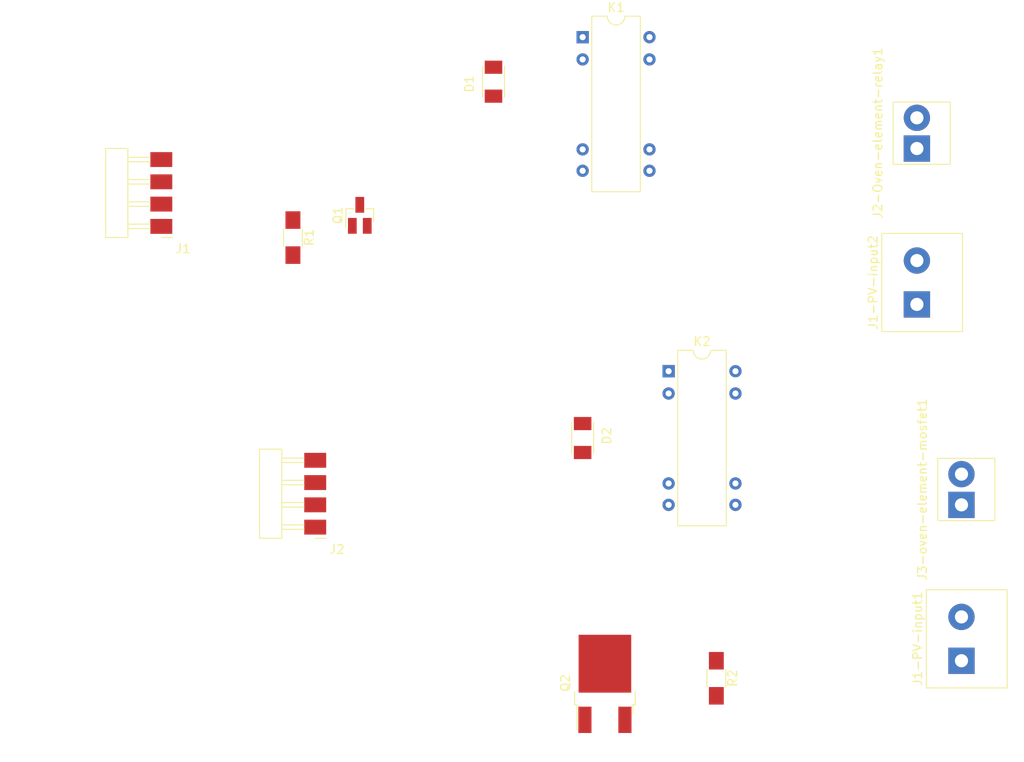
<source format=kicad_pcb>
(kicad_pcb (version 20211014) (generator pcbnew)
  (layers (0 "F.Cu" signal) (31 "B.Cu" signal) (34 "B.Paste" user) (35 "F.Paste" user) (36 "B.SilkS" user "B.Silkscreen") (37 "F.SilkS" user "F.Silkscreen") (38 "B.Mask" user) (39 "F.Mask" user) (44 "Edge.Cuts" user))
  (net 0 "")
  (net 1 "Net-(D2-Pad1)")
  (net 2 "Net-(D2-Pad2)")
  (net 3 "Net-(J1-PV-input1-Pad1)")
  (net 4 "Net-(J1-PV-input1-Pad2)")
  (net 5 "Net-(J1-PV-input2-Pad1)")
  (net 6 "Net-(J2-Oven-element-relay1-Pad1)")
  (net 7 "Net-(J2-Pad2)")
  (net 8 "Net-(J2-Pad3)")
  (net 10 "Net-(J2-Oven-element-relay1-Pad2)")
  (net 11 "Net-(J3-oven-element-mosfet1-Pad2)")
  (net 12 "Net-(Q1-Pad3)")
  (net 13 "Net-(Q1-Pad1)")
  (net 14 "Net-(J1-Pad4)")
  (net 16 "Net-(K1-Pad2)")
  (footprint "fab:PinHeader_1x04_P2.54mm_Horizontal_SMD" (layer "F.Cu") (at 38.34 92.7 180)
    (fp_text reference "J1" (at -1.524 -2.54) (layer "F.SilkS") (effects (justify left)))
    (fp_text value "Conn_PinHeader_1x04_P2.54mm_Horizontal_SMD")
    (fp_line (start 3.81 2.794) (end 1.27 2.794) (layer "F.SilkS") (width 0.12))
    (fp_line (start 6.35 8.89) (end 3.81 8.89) (layer "F.SilkS") (width 0.12))
    (fp_line (start 6.35 -1.27) (end 6.35 8.89) (layer "F.SilkS") (width 0.12))
    (fp_line (start 3.81 8.89) (end 3.81 -1.27) (layer "F.SilkS") (width 0.12))
    (fp_line (start 3.81 -0.254) (end 1.27 -0.254) (layer "F.SilkS") (width 0.12))
    (fp_line (start 3.81 2.286) (end 1.27 2.286) (layer "F.SilkS") (width 0.12))
    (fp_line (start -1.27 -1.27) (end 0 -1.27) (layer "F.SilkS") (width 0.12))
    (fp_line (start 3.81 -1.27) (end 6.35 -1.27) (layer "F.SilkS") (width 0.12))
    (fp_line (start 3.81 7.366) (end 1.27 7.366) (layer "F.SilkS") (width 0.12))
    (fp_line (start 3.81 0.254) (end 1.27 0.254) (layer "F.SilkS") (width 0.12))
    (fp_line (start 3.81 7.874) (end 1.27 7.874) (layer "F.SilkS") (width 0.12))
    (fp_line (start 3.81 4.826) (end 1.27 4.826) (layer "F.SilkS") (width 0.12))
    (fp_line (start 3.81 5.334) (end 1.27 5.334) (layer "F.SilkS") (width 0.12))
    (pad "1" smd rect locked (at 0 0 180) (size 2.5 1.7) (layers "F.Cu" "F.Paste" "F.Mask"))
    (pad "2" smd rect locked (at 0 2.54 180) (size 2.5 1.7) (layers "F.Cu" "F.Paste" "F.Mask") (net 13 "Net-(Q1-Pad1)"))
    (pad "3" smd rect locked (at 0 5.08 180) (size 2.5 1.7) (layers "F.Cu" "F.Paste" "F.Mask") (net 12 "Net-(Q1-Pad3)"))
    (pad "4" smd rect locked (at 0 7.62 180) (size 2.5 1.7) (layers "F.Cu" "F.Paste" "F.Mask") (net 14 "Net-(J1-Pad4)"))
  )
  (footprint "fab:TerminalBlock_OnShore_1x02_P5.00mm_Horizontal" (layer "F.Cu") (at 124.46 101.6 90)
    (fp_text reference "J1-PV-input2" (at 2.5 -5 90) (layer "F.SilkS"))
    (fp_text value "Screw_Terminal_01x02_P5mm")
    (fp_line (start -3.1 -4) (end 8.1 -4) (layer "F.SilkS") (width 0.12))
    (fp_line (start 8.1 -4) (end 8.1 5.2) (layer "F.SilkS") (width 0.12))
    (fp_line (start -3.1 -4) (end -3.1 5.2) (layer "F.SilkS") (width 0.12))
    (fp_line (start -3.1 5.2) (end 8.1 5.2) (layer "F.SilkS") (width 0.12))
    (pad "1" thru_hole rect locked (at 0 0 90) (size 3 3) (drill 1.5) (layers *.Cu *.Mask) (net 5 "Net-(J1-PV-input2-Pad1)"))
    (pad "2" thru_hole circle locked (at 5 0 90) (size 3 3) (drill 1.5) (layers *.Cu *.Mask) (net 6 "Net-(J2-Oven-element-relay1-Pad1)"))
  )
  (footprint "fab:PinHeader_1x04_P2.54mm_Horizontal_SMD" (layer "F.Cu") (at 55.88 127 180)
    (fp_text reference "J2" (at -1.524 -2.54) (layer "F.SilkS") (effects (justify left)))
    (fp_text value "Conn_PinHeader_1x04_P2.54mm_Horizontal_SMD")
    (fp_line (start 3.81 7.366) (end 1.27 7.366) (layer "F.SilkS") (width 0.12))
    (fp_line (start 6.35 8.89) (end 3.81 8.89) (layer "F.SilkS") (width 0.12))
    (fp_line (start 3.81 -0.254) (end 1.27 -0.254) (layer "F.SilkS") (width 0.12))
    (fp_line (start 3.81 4.826) (end 1.27 4.826) (layer "F.SilkS") (width 0.12))
    (fp_line (start -1.27 -1.27) (end 0 -1.27) (layer "F.SilkS") (width 0.12))
    (fp_line (start 3.81 5.334) (end 1.27 5.334) (layer "F.SilkS") (width 0.12))
    (fp_line (start 3.81 2.794) (end 1.27 2.794) (layer "F.SilkS") (width 0.12))
    (fp_line (start 3.81 2.286) (end 1.27 2.286) (layer "F.SilkS") (width 0.12))
    (fp_line (start 6.35 -1.27) (end 6.35 8.89) (layer "F.SilkS") (width 0.12))
    (fp_line (start 3.81 -1.27) (end 6.35 -1.27) (layer "F.SilkS") (width 0.12))
    (fp_line (start 3.81 0.254) (end 1.27 0.254) (layer "F.SilkS") (width 0.12))
    (fp_line (start 3.81 7.874) (end 1.27 7.874) (layer "F.SilkS") (width 0.12))
    (fp_line (start 3.81 8.89) (end 3.81 -1.27) (layer "F.SilkS") (width 0.12))
    (pad "1" smd rect locked (at 0 0 180) (size 2.5 1.7) (layers "F.Cu" "F.Paste" "F.Mask") (net 1 "Net-(D2-Pad1)"))
    (pad "2" smd rect locked (at 0 2.54 180) (size 2.5 1.7) (layers "F.Cu" "F.Paste" "F.Mask") (net 7 "Net-(J2-Pad2)"))
    (pad "3" smd rect locked (at 0 5.08 180) (size 2.5 1.7) (layers "F.Cu" "F.Paste" "F.Mask") (net 8 "Net-(J2-Pad3)"))
    (pad "4" smd rect locked (at 0 7.62 180) (size 2.5 1.7) (layers "F.Cu" "F.Paste" "F.Mask"))
  )
  (footprint "fab:TerminalBlock_OnShore_1x02_P3.50mm_Horizontal" (layer "F.Cu") (at 124.46 83.82 90)
    (fp_text reference "J2-Oven-element-relay1" (at 1.75 -4.46 90) (layer "F.SilkS"))
    (fp_text value "Screw_Terminal_01x02_P3.5mm")
    (fp_line (start -1.8 -2.7) (end 5.3 -2.7) (layer "F.SilkS") (width 0.12))
    (fp_line (start -1.8 3.8) (end 5.3 3.8) (layer "F.SilkS") (width 0.12))
    (fp_line (start 5.3 -2.7) (end 5.3 3.8) (layer "F.SilkS") (width 0.12))
    (fp_line (start -1.8 -2.7) (end -1.8 3.8) (layer "F.SilkS") (width 0.12))
    (pad "1" thru_hole rect locked (at 0 0 90) (size 3 3) (drill 1.5) (layers *.Cu *.Mask) (net 6 "Net-(J2-Oven-element-relay1-Pad1)"))
    (pad "2" thru_hole circle locked (at 3.5 0 90) (size 3 3) (drill 1.5) (layers *.Cu *.Mask) (net 10 "Net-(J2-Oven-element-relay1-Pad2)"))
  )
  (footprint "fab:TO-252" (layer "F.Cu") (at 88.9 144.78 90)
    (fp_text reference "Q2" (at 0 -4.5 90) (layer "F.SilkS"))
    (fp_text value "MOSFET_N-CH_50V_16A")
    (fp_line (start -2.47 -3.45) (end -2.47 -3.18) (layer "F.SilkS") (width 0.12))
    (fp_line (start -0.97 -3.45) (end -2.47 -3.45) (layer "F.SilkS") (width 0.12))
    (fp_line (start -0.97 3.45) (end -2.47 3.45) (layer "F.SilkS") (width 0.12))
    (fp_line (start -2.47 3.18) (end -3.57 3.18) (layer "F.SilkS") (width 0.12))
    (fp_line (start -2.47 -3.18) (end -5.3 -3.18) (layer "F.SilkS") (width 0.12))
    (fp_line (start -2.47 3.45) (end -2.47 3.18) (layer "F.SilkS") (width 0.12))
    (pad "1" smd rect locked (at -4.2 -2.28 90) (size 3 1.5) (layers "F.Cu" "F.Paste" "F.Mask") (net 8 "Net-(J2-Pad3)"))
    (pad "2" smd rect locked (at 2.2 0 90) (size 6.6 6) (layers "F.Cu" "F.Paste" "F.Mask") (net 7 "Net-(J2-Pad2)"))
    (pad "3" smd rect locked (at -4.2 2.28 90) (size 3 1.5) (layers "F.Cu" "F.Paste" "F.Mask") (net 2 "Net-(D2-Pad2)"))
  )
  (footprint "Relay_THT:Relay_StandexMeder_DIP_LowProfile" (layer "F.Cu") (at 86.36 71.12)
    (fp_text reference "K1" (at 3.81 -3.39) (layer "F.SilkS"))
    (fp_text value "DIPxx-1Axx-13x")
    (fp_line (start 2.81 -2.39) (end 1.04 -2.39) (layer "F.SilkS") (width 0.12))
    (fp_line (start 6.58 -2.39) (end 4.81 -2.39) (layer "F.SilkS") (width 0.12))
    (fp_line (start 1.04 17.63) (end 6.58 17.63) (layer "F.SilkS") (width 0.12))
    (fp_line (start 6.58 17.63) (end 6.58 -2.39) (layer "F.SilkS") (width 0.12))
    (fp_line (start 1.04 -2.39) (end 1.04 17.63) (layer "F.SilkS") (width 0.12))
    (fp_arc (start 4.81 -2.39) (mid 3.81 -1.39) (end 2.81 -2.39) (layer "F.SilkS") (width 0.12))
    (pad "1" thru_hole rect (at 0 0) (size 1.4 1.4) (drill 0.7) (layers *.Cu *.Mask))
    (pad "2" thru_hole circle (at 0 2.54) (size 1.4 1.4) (drill 0.7) (layers *.Cu *.Mask) (net 16 "Net-(K1-Pad2)"))
    (pad "6" thru_hole circle (at 0 12.8) (size 1.4 1.4) (drill 0.7) (layers *.Cu *.Mask) (net 14 "Net-(J1-Pad4)"))
    (pad "7" thru_hole circle (at 0 15.24) (size 1.4 1.4) (drill 0.7) (layers *.Cu *.Mask))
    (pad "8" thru_hole circle (at 7.62 15.24) (size 1.4 1.4) (drill 0.7) (layers *.Cu *.Mask) (net 5 "Net-(J1-PV-input2-Pad1)"))
    (pad "9" thru_hole circle (at 7.62 12.8) (size 1.4 1.4) (drill 0.7) (layers *.Cu *.Mask))
    (pad "13" thru_hole circle (at 7.62 2.54) (size 1.4 1.4) (drill 0.7) (layers *.Cu *.Mask))
    (pad "14" thru_hole circle (at 7.62 0) (size 1.4 1.4) (drill 0.7) (layers *.Cu *.Mask) (net 10 "Net-(J2-Oven-element-relay1-Pad2)"))
  )
  (footprint "fab:TerminalBlock_OnShore_1x02_P3.50mm_Horizontal" (layer "F.Cu") (at 129.54 124.46 90)
    (fp_text reference "J3-oven-element-mosfet1" (at 1.75 -4.46 90) (layer "F.SilkS"))
    (fp_text value "Screw_Terminal_01x02_P3.5mm")
    (fp_line (start 5.3 -2.7) (end 5.3 3.8) (layer "F.SilkS") (width 0.12))
    (fp_line (start -1.8 -2.7) (end 5.3 -2.7) (layer "F.SilkS") (width 0.12))
    (fp_line (start -1.8 -2.7) (end -1.8 3.8) (layer "F.SilkS") (width 0.12))
    (fp_line (start -1.8 3.8) (end 5.3 3.8) (layer "F.SilkS") (width 0.12))
    (pad "1" thru_hole rect locked (at 0 0 90) (size 3 3) (drill 1.5) (layers *.Cu *.Mask) (net 4 "Net-(J1-PV-input1-Pad2)"))
    (pad "2" thru_hole circle locked (at 3.5 0 90) (size 3 3) (drill 1.5) (layers *.Cu *.Mask) (net 11 "Net-(J3-oven-element-mosfet1-Pad2)"))
  )
  (footprint "fab:Diode_Schotky_100V_1A_Mini_SMA" (layer "F.Cu") (at 76.2 76.2 -90)
    (fp_text reference "D1" (at 0.25 2.75 90) (layer "F.SilkS"))
    (fp_text value "D_Schottky_100V_1A")
    (fp_line (start -1.75 -1.25) (end 1.75 -1.25) (layer "F.SilkS") (width 0.12))
    (fp_line (start -1.75 1.25) (end 1.75 1.25) (layer "F.SilkS") (width 0.12))
    (pad "1" smd rect locked (at -1.65 0 270) (size 1.5 2) (layers "F.Cu" "F.Paste" "F.Mask") (net 16 "Net-(K1-Pad2)"))
    (pad "2" smd rect locked (at 1.65 0 270) (size 1.5 2) (layers "F.Cu" "F.Paste" "F.Mask") (net 14 "Net-(J1-Pad4)"))
  )
  (footprint "fab:R_1206" (layer "F.Cu") (at 53.34 93.98 -90)
    (fp_text reference "R1" (at 0 -1.85 90) (layer "F.SilkS"))
    (fp_text value "R")
    (fp_line (start -1 -1.07) (end 1 -1.07) (layer "F.SilkS") (width 0.12))
    (fp_line (start 1 1.07) (end -1 1.07) (layer "F.SilkS") (width 0.12))
    (pad "1" smd rect locked (at -2 0 270) (size 2 1.7) (layers "F.Cu" "F.Paste" "F.Mask") (net 12 "Net-(Q1-Pad3)"))
    (pad "2" smd rect locked (at 2 0 270) (size 2 1.7) (layers "F.Cu" "F.Paste" "F.Mask") (net 13 "Net-(Q1-Pad1)"))
  )
  (footprint "fab:TerminalBlock_OnShore_1x02_P5.00mm_Horizontal" (layer "F.Cu") (at 129.54 142.24 90)
    (fp_text reference "J1-PV-input1" (at 2.5 -5 90) (layer "F.SilkS"))
    (fp_text value "Screw_Terminal_01x02_P5mm")
    (fp_line (start 8.1 -4) (end 8.1 5.2) (layer "F.SilkS") (width 0.12))
    (fp_line (start -3.1 5.2) (end 8.1 5.2) (layer "F.SilkS") (width 0.12))
    (fp_line (start -3.1 -4) (end -3.1 5.2) (layer "F.SilkS") (width 0.12))
    (fp_line (start -3.1 -4) (end 8.1 -4) (layer "F.SilkS") (width 0.12))
    (pad "1" thru_hole rect locked (at 0 0 90) (size 3 3) (drill 1.5) (layers *.Cu *.Mask) (net 3 "Net-(J1-PV-input1-Pad1)"))
    (pad "2" thru_hole circle locked (at 5 0 90) (size 3 3) (drill 1.5) (layers *.Cu *.Mask) (net 4 "Net-(J1-PV-input1-Pad2)"))
  )
  (footprint "fab:SOT-23" (layer "F.Cu") (at 60.96 91.44 90)
    (fp_text reference "Q1" (at 0 -2.5 90) (layer "F.SilkS"))
    (fp_text value "MOSFET_P-CH_30V_1.1A")
    (fp_line (start 0.76 -1.58) (end -1.4 -1.58) (layer "F.SilkS") (width 0.12))
    (fp_line (start 0.76 -1.58) (end 0.76 -0.65) (layer "F.SilkS") (width 0.12))
    (fp_line (start 0.76 1.58) (end -0.7 1.58) (layer "F.SilkS") (width 0.12))
    (fp_line (start 0.76 1.58) (end 0.76 0.65) (layer "F.SilkS") (width 0.12))
    (pad "1" smd rect locked (at -1.2 -0.85 90) (size 1.8 1) (layers "F.Cu" "F.Paste" "F.Mask") (net 13 "Net-(Q1-Pad1)"))
    (pad "2" smd rect locked (at -1.2 0.85 90) (size 1.8 1) (layers "F.Cu" "F.Paste" "F.Mask") (net 16 "Net-(K1-Pad2)"))
    (pad "3" smd rect locked (at 1.2 0 90) (size 1.8 1) (layers "F.Cu" "F.Paste" "F.Mask") (net 12 "Net-(Q1-Pad3)"))
  )
  (footprint "fab:Diode_Schotky_100V_1A_Mini_SMA" (layer "F.Cu") (at 86.36 116.84 90)
    (fp_text reference "D2" (at 0.25 2.75 90) (layer "F.SilkS"))
    (fp_text value "D_Schottky_100V_1A")
    (fp_line (start -1.75 1.25) (end 1.75 1.25) (layer "F.SilkS") (width 0.12))
    (fp_line (start -1.75 -1.25) (end 1.75 -1.25) (layer "F.SilkS") (width 0.12))
    (pad "1" smd rect locked (at -1.65 0 90) (size 1.5 2) (layers "F.Cu" "F.Paste" "F.Mask") (net 1 "Net-(D2-Pad1)"))
    (pad "2" smd rect locked (at 1.65 0 90) (size 1.5 2) (layers "F.Cu" "F.Paste" "F.Mask") (net 2 "Net-(D2-Pad2)"))
  )
  (footprint "Relay_THT:Relay_StandexMeder_DIP_LowProfile" (layer "F.Cu") (at 96.16 109.22)
    (fp_text reference "K2" (at 3.81 -3.39) (layer "F.SilkS"))
    (fp_text value "DIPxx-1Axx-13x")
    (fp_line (start 6.58 -2.39) (end 4.81 -2.39) (layer "F.SilkS") (width 0.12))
    (fp_line (start 1.04 -2.39) (end 1.04 17.63) (layer "F.SilkS") (width 0.12))
    (fp_line (start 2.81 -2.39) (end 1.04 -2.39) (layer "F.SilkS") (width 0.12))
    (fp_line (start 1.04 17.63) (end 6.58 17.63) (layer "F.SilkS") (width 0.12))
    (fp_line (start 6.58 17.63) (end 6.58 -2.39) (layer "F.SilkS") (width 0.12))
    (fp_arc (start 4.81 -2.39) (mid 3.81 -1.39) (end 2.81 -2.39) (layer "F.SilkS") (width 0.12))
    (pad "1" thru_hole rect (at 0 0) (size 1.4 1.4) (drill 0.7) (layers *.Cu *.Mask))
    (pad "2" thru_hole circle (at 0 2.54) (size 1.4 1.4) (drill 0.7) (layers *.Cu *.Mask) (net 2 "Net-(D2-Pad2)"))
    (pad "6" thru_hole circle (at 0 12.8) (size 1.4 1.4) (drill 0.7) (layers *.Cu *.Mask) (net 1 "Net-(D2-Pad1)"))
    (pad "7" thru_hole circle (at 0 15.24) (size 1.4 1.4) (drill 0.7) (layers *.Cu *.Mask))
    (pad "8" thru_hole circle (at 7.62 15.24) (size 1.4 1.4) (drill 0.7) (layers *.Cu *.Mask) (net 3 "Net-(J1-PV-input1-Pad1)"))
    (pad "9" thru_hole circle (at 7.62 12.8) (size 1.4 1.4) (drill 0.7) (layers *.Cu *.Mask))
    (pad "13" thru_hole circle (at 7.62 2.54) (size 1.4 1.4) (drill 0.7) (layers *.Cu *.Mask))
    (pad "14" thru_hole circle (at 7.62 0) (size 1.4 1.4) (drill 0.7) (layers *.Cu *.Mask) (net 11 "Net-(J3-oven-element-mosfet1-Pad2)"))
  )
  (footprint "fab:R_1206" (layer "F.Cu") (at 101.6 144.24 -90)
    (fp_text reference "R2" (at 0 -1.85 90) (layer "F.SilkS"))
    (fp_text value "R")
    (fp_line (start -1 -1.07) (end 1 -1.07) (layer "F.SilkS") (width 0.12))
    (fp_line (start 1 1.07) (end -1 1.07) (layer "F.SilkS") (width 0.12))
    (pad "1" smd rect locked (at -2 0 270) (size 2 1.7) (layers "F.Cu" "F.Paste" "F.Mask") (net 7 "Net-(J2-Pad2)"))
    (pad "2" smd rect locked (at 2 0 270) (size 2 1.7) (layers "F.Cu" "F.Paste" "F.Mask") (net 8 "Net-(J2-Pad3)"))
  )
)
</source>
